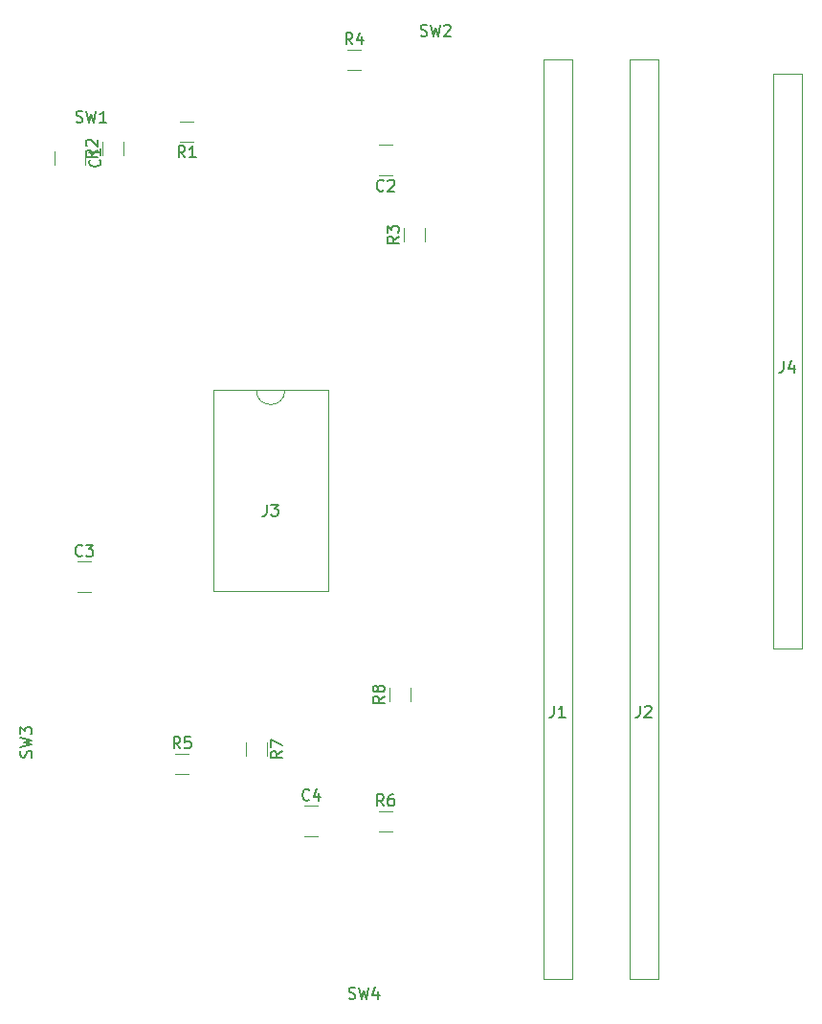
<source format=gto>
G04 #@! TF.GenerationSoftware,KiCad,Pcbnew,(5.1.0)-1*
G04 #@! TF.CreationDate,2019-04-18T19:02:09-04:00*
G04 #@! TF.ProjectId,Gen1,47656e31-2e6b-4696-9361-645f70636258,1*
G04 #@! TF.SameCoordinates,Original*
G04 #@! TF.FileFunction,Legend,Top*
G04 #@! TF.FilePolarity,Positive*
%FSLAX46Y46*%
G04 Gerber Fmt 4.6, Leading zero omitted, Abs format (unit mm)*
G04 Created by KiCad (PCBNEW (5.1.0)-1) date 2019-04-18 19:02:09*
%MOMM*%
%LPD*%
G04 APERTURE LIST*
%ADD10C,0.120000*%
%ADD11C,0.150000*%
G04 APERTURE END LIST*
D10*
X66040000Y-34290000D02*
X68580000Y-34290000D01*
X68580000Y-34290000D02*
X68580000Y-115570000D01*
X68580000Y-115570000D02*
X66040000Y-115570000D01*
X66040000Y-115570000D02*
X66040000Y-34290000D01*
X15150000Y-42360436D02*
X15150000Y-43564564D01*
X17870000Y-42360436D02*
X17870000Y-43564564D01*
X45052064Y-44540000D02*
X43847936Y-44540000D01*
X45052064Y-41820000D02*
X43847936Y-41820000D01*
X17177936Y-81370000D02*
X18382064Y-81370000D01*
X17177936Y-78650000D02*
X18382064Y-78650000D01*
X37280436Y-100240000D02*
X38484564Y-100240000D01*
X37280436Y-102960000D02*
X38484564Y-102960000D01*
X58420000Y-115570000D02*
X58420000Y-34290000D01*
X60960000Y-115570000D02*
X58420000Y-115570000D01*
X60960000Y-34290000D02*
X60960000Y-115570000D01*
X58420000Y-34290000D02*
X60960000Y-34290000D01*
X39370000Y-63500000D02*
X29210000Y-63500000D01*
X29210000Y-63500000D02*
X29210000Y-81280000D01*
X29210000Y-81280000D02*
X39370000Y-81280000D01*
X39370000Y-81280000D02*
X39370000Y-63500000D01*
X35560000Y-63500000D02*
G75*
G02X33020000Y-63500000I-1270000J0D01*
G01*
X78740000Y-35560000D02*
X81280000Y-35560000D01*
X81280000Y-35560000D02*
X81280000Y-86360000D01*
X81280000Y-86360000D02*
X78740000Y-86360000D01*
X78740000Y-86360000D02*
X78740000Y-35560000D01*
X27489564Y-39730000D02*
X26285436Y-39730000D01*
X27489564Y-41550000D02*
X26285436Y-41550000D01*
X19410000Y-42729564D02*
X19410000Y-41525436D01*
X21230000Y-42729564D02*
X21230000Y-41525436D01*
X47900000Y-50349564D02*
X47900000Y-49145436D01*
X46080000Y-50349564D02*
X46080000Y-49145436D01*
X41090436Y-33380000D02*
X42294564Y-33380000D01*
X41090436Y-35200000D02*
X42294564Y-35200000D01*
X25850436Y-97430000D02*
X27054564Y-97430000D01*
X25850436Y-95610000D02*
X27054564Y-95610000D01*
X43847936Y-102510000D02*
X45052064Y-102510000D01*
X43847936Y-100690000D02*
X45052064Y-100690000D01*
X33930000Y-94647936D02*
X33930000Y-95852064D01*
X32110000Y-94647936D02*
X32110000Y-95852064D01*
X44810000Y-90989564D02*
X44810000Y-89785436D01*
X46630000Y-90989564D02*
X46630000Y-89785436D01*
D11*
X66976666Y-91392380D02*
X66976666Y-92106666D01*
X66929047Y-92249523D01*
X66833809Y-92344761D01*
X66690952Y-92392380D01*
X66595714Y-92392380D01*
X67405238Y-91487619D02*
X67452857Y-91440000D01*
X67548095Y-91392380D01*
X67786190Y-91392380D01*
X67881428Y-91440000D01*
X67929047Y-91487619D01*
X67976666Y-91582857D01*
X67976666Y-91678095D01*
X67929047Y-91820952D01*
X67357619Y-92392380D01*
X67976666Y-92392380D01*
X19147142Y-43129166D02*
X19194761Y-43176785D01*
X19242380Y-43319642D01*
X19242380Y-43414880D01*
X19194761Y-43557738D01*
X19099523Y-43652976D01*
X19004285Y-43700595D01*
X18813809Y-43748214D01*
X18670952Y-43748214D01*
X18480476Y-43700595D01*
X18385238Y-43652976D01*
X18290000Y-43557738D01*
X18242380Y-43414880D01*
X18242380Y-43319642D01*
X18290000Y-43176785D01*
X18337619Y-43129166D01*
X19242380Y-42176785D02*
X19242380Y-42748214D01*
X19242380Y-42462500D02*
X18242380Y-42462500D01*
X18385238Y-42557738D01*
X18480476Y-42652976D01*
X18528095Y-42748214D01*
X44283333Y-45817142D02*
X44235714Y-45864761D01*
X44092857Y-45912380D01*
X43997619Y-45912380D01*
X43854761Y-45864761D01*
X43759523Y-45769523D01*
X43711904Y-45674285D01*
X43664285Y-45483809D01*
X43664285Y-45340952D01*
X43711904Y-45150476D01*
X43759523Y-45055238D01*
X43854761Y-44960000D01*
X43997619Y-44912380D01*
X44092857Y-44912380D01*
X44235714Y-44960000D01*
X44283333Y-45007619D01*
X44664285Y-45007619D02*
X44711904Y-44960000D01*
X44807142Y-44912380D01*
X45045238Y-44912380D01*
X45140476Y-44960000D01*
X45188095Y-45007619D01*
X45235714Y-45102857D01*
X45235714Y-45198095D01*
X45188095Y-45340952D01*
X44616666Y-45912380D01*
X45235714Y-45912380D01*
X17613333Y-78087142D02*
X17565714Y-78134761D01*
X17422857Y-78182380D01*
X17327619Y-78182380D01*
X17184761Y-78134761D01*
X17089523Y-78039523D01*
X17041904Y-77944285D01*
X16994285Y-77753809D01*
X16994285Y-77610952D01*
X17041904Y-77420476D01*
X17089523Y-77325238D01*
X17184761Y-77230000D01*
X17327619Y-77182380D01*
X17422857Y-77182380D01*
X17565714Y-77230000D01*
X17613333Y-77277619D01*
X17946666Y-77182380D02*
X18565714Y-77182380D01*
X18232380Y-77563333D01*
X18375238Y-77563333D01*
X18470476Y-77610952D01*
X18518095Y-77658571D01*
X18565714Y-77753809D01*
X18565714Y-77991904D01*
X18518095Y-78087142D01*
X18470476Y-78134761D01*
X18375238Y-78182380D01*
X18089523Y-78182380D01*
X17994285Y-78134761D01*
X17946666Y-78087142D01*
X37715833Y-99677142D02*
X37668214Y-99724761D01*
X37525357Y-99772380D01*
X37430119Y-99772380D01*
X37287261Y-99724761D01*
X37192023Y-99629523D01*
X37144404Y-99534285D01*
X37096785Y-99343809D01*
X37096785Y-99200952D01*
X37144404Y-99010476D01*
X37192023Y-98915238D01*
X37287261Y-98820000D01*
X37430119Y-98772380D01*
X37525357Y-98772380D01*
X37668214Y-98820000D01*
X37715833Y-98867619D01*
X38572976Y-99105714D02*
X38572976Y-99772380D01*
X38334880Y-98724761D02*
X38096785Y-99439047D01*
X38715833Y-99439047D01*
X59356666Y-91392380D02*
X59356666Y-92106666D01*
X59309047Y-92249523D01*
X59213809Y-92344761D01*
X59070952Y-92392380D01*
X58975714Y-92392380D01*
X60356666Y-92392380D02*
X59785238Y-92392380D01*
X60070952Y-92392380D02*
X60070952Y-91392380D01*
X59975714Y-91535238D01*
X59880476Y-91630476D01*
X59785238Y-91678095D01*
X33956666Y-73612380D02*
X33956666Y-74326666D01*
X33909047Y-74469523D01*
X33813809Y-74564761D01*
X33670952Y-74612380D01*
X33575714Y-74612380D01*
X34337619Y-73612380D02*
X34956666Y-73612380D01*
X34623333Y-73993333D01*
X34766190Y-73993333D01*
X34861428Y-74040952D01*
X34909047Y-74088571D01*
X34956666Y-74183809D01*
X34956666Y-74421904D01*
X34909047Y-74517142D01*
X34861428Y-74564761D01*
X34766190Y-74612380D01*
X34480476Y-74612380D01*
X34385238Y-74564761D01*
X34337619Y-74517142D01*
X79676666Y-60912380D02*
X79676666Y-61626666D01*
X79629047Y-61769523D01*
X79533809Y-61864761D01*
X79390952Y-61912380D01*
X79295714Y-61912380D01*
X80581428Y-61245714D02*
X80581428Y-61912380D01*
X80343333Y-60864761D02*
X80105238Y-61579047D01*
X80724285Y-61579047D01*
X26720833Y-42912380D02*
X26387500Y-42436190D01*
X26149404Y-42912380D02*
X26149404Y-41912380D01*
X26530357Y-41912380D01*
X26625595Y-41960000D01*
X26673214Y-42007619D01*
X26720833Y-42102857D01*
X26720833Y-42245714D01*
X26673214Y-42340952D01*
X26625595Y-42388571D01*
X26530357Y-42436190D01*
X26149404Y-42436190D01*
X27673214Y-42912380D02*
X27101785Y-42912380D01*
X27387500Y-42912380D02*
X27387500Y-41912380D01*
X27292261Y-42055238D01*
X27197023Y-42150476D01*
X27101785Y-42198095D01*
X18952380Y-42294166D02*
X18476190Y-42627500D01*
X18952380Y-42865595D02*
X17952380Y-42865595D01*
X17952380Y-42484642D01*
X18000000Y-42389404D01*
X18047619Y-42341785D01*
X18142857Y-42294166D01*
X18285714Y-42294166D01*
X18380952Y-42341785D01*
X18428571Y-42389404D01*
X18476190Y-42484642D01*
X18476190Y-42865595D01*
X18047619Y-41913214D02*
X18000000Y-41865595D01*
X17952380Y-41770357D01*
X17952380Y-41532261D01*
X18000000Y-41437023D01*
X18047619Y-41389404D01*
X18142857Y-41341785D01*
X18238095Y-41341785D01*
X18380952Y-41389404D01*
X18952380Y-41960833D01*
X18952380Y-41341785D01*
X45622380Y-49914166D02*
X45146190Y-50247500D01*
X45622380Y-50485595D02*
X44622380Y-50485595D01*
X44622380Y-50104642D01*
X44670000Y-50009404D01*
X44717619Y-49961785D01*
X44812857Y-49914166D01*
X44955714Y-49914166D01*
X45050952Y-49961785D01*
X45098571Y-50009404D01*
X45146190Y-50104642D01*
X45146190Y-50485595D01*
X44622380Y-49580833D02*
X44622380Y-48961785D01*
X45003333Y-49295119D01*
X45003333Y-49152261D01*
X45050952Y-49057023D01*
X45098571Y-49009404D01*
X45193809Y-48961785D01*
X45431904Y-48961785D01*
X45527142Y-49009404D01*
X45574761Y-49057023D01*
X45622380Y-49152261D01*
X45622380Y-49437976D01*
X45574761Y-49533214D01*
X45527142Y-49580833D01*
X41525833Y-32922380D02*
X41192500Y-32446190D01*
X40954404Y-32922380D02*
X40954404Y-31922380D01*
X41335357Y-31922380D01*
X41430595Y-31970000D01*
X41478214Y-32017619D01*
X41525833Y-32112857D01*
X41525833Y-32255714D01*
X41478214Y-32350952D01*
X41430595Y-32398571D01*
X41335357Y-32446190D01*
X40954404Y-32446190D01*
X42382976Y-32255714D02*
X42382976Y-32922380D01*
X42144880Y-31874761D02*
X41906785Y-32589047D01*
X42525833Y-32589047D01*
X26285833Y-95152380D02*
X25952500Y-94676190D01*
X25714404Y-95152380D02*
X25714404Y-94152380D01*
X26095357Y-94152380D01*
X26190595Y-94200000D01*
X26238214Y-94247619D01*
X26285833Y-94342857D01*
X26285833Y-94485714D01*
X26238214Y-94580952D01*
X26190595Y-94628571D01*
X26095357Y-94676190D01*
X25714404Y-94676190D01*
X27190595Y-94152380D02*
X26714404Y-94152380D01*
X26666785Y-94628571D01*
X26714404Y-94580952D01*
X26809642Y-94533333D01*
X27047738Y-94533333D01*
X27142976Y-94580952D01*
X27190595Y-94628571D01*
X27238214Y-94723809D01*
X27238214Y-94961904D01*
X27190595Y-95057142D01*
X27142976Y-95104761D01*
X27047738Y-95152380D01*
X26809642Y-95152380D01*
X26714404Y-95104761D01*
X26666785Y-95057142D01*
X44283333Y-100232380D02*
X43950000Y-99756190D01*
X43711904Y-100232380D02*
X43711904Y-99232380D01*
X44092857Y-99232380D01*
X44188095Y-99280000D01*
X44235714Y-99327619D01*
X44283333Y-99422857D01*
X44283333Y-99565714D01*
X44235714Y-99660952D01*
X44188095Y-99708571D01*
X44092857Y-99756190D01*
X43711904Y-99756190D01*
X45140476Y-99232380D02*
X44950000Y-99232380D01*
X44854761Y-99280000D01*
X44807142Y-99327619D01*
X44711904Y-99470476D01*
X44664285Y-99660952D01*
X44664285Y-100041904D01*
X44711904Y-100137142D01*
X44759523Y-100184761D01*
X44854761Y-100232380D01*
X45045238Y-100232380D01*
X45140476Y-100184761D01*
X45188095Y-100137142D01*
X45235714Y-100041904D01*
X45235714Y-99803809D01*
X45188095Y-99708571D01*
X45140476Y-99660952D01*
X45045238Y-99613333D01*
X44854761Y-99613333D01*
X44759523Y-99660952D01*
X44711904Y-99708571D01*
X44664285Y-99803809D01*
X35292380Y-95416666D02*
X34816190Y-95750000D01*
X35292380Y-95988095D02*
X34292380Y-95988095D01*
X34292380Y-95607142D01*
X34340000Y-95511904D01*
X34387619Y-95464285D01*
X34482857Y-95416666D01*
X34625714Y-95416666D01*
X34720952Y-95464285D01*
X34768571Y-95511904D01*
X34816190Y-95607142D01*
X34816190Y-95988095D01*
X34292380Y-95083333D02*
X34292380Y-94416666D01*
X35292380Y-94845238D01*
X44352380Y-90554166D02*
X43876190Y-90887500D01*
X44352380Y-91125595D02*
X43352380Y-91125595D01*
X43352380Y-90744642D01*
X43400000Y-90649404D01*
X43447619Y-90601785D01*
X43542857Y-90554166D01*
X43685714Y-90554166D01*
X43780952Y-90601785D01*
X43828571Y-90649404D01*
X43876190Y-90744642D01*
X43876190Y-91125595D01*
X43780952Y-89982738D02*
X43733333Y-90077976D01*
X43685714Y-90125595D01*
X43590476Y-90173214D01*
X43542857Y-90173214D01*
X43447619Y-90125595D01*
X43400000Y-90077976D01*
X43352380Y-89982738D01*
X43352380Y-89792261D01*
X43400000Y-89697023D01*
X43447619Y-89649404D01*
X43542857Y-89601785D01*
X43590476Y-89601785D01*
X43685714Y-89649404D01*
X43733333Y-89697023D01*
X43780952Y-89792261D01*
X43780952Y-89982738D01*
X43828571Y-90077976D01*
X43876190Y-90125595D01*
X43971428Y-90173214D01*
X44161904Y-90173214D01*
X44257142Y-90125595D01*
X44304761Y-90077976D01*
X44352380Y-89982738D01*
X44352380Y-89792261D01*
X44304761Y-89697023D01*
X44257142Y-89649404D01*
X44161904Y-89601785D01*
X43971428Y-89601785D01*
X43876190Y-89649404D01*
X43828571Y-89697023D01*
X43780952Y-89792261D01*
X17081666Y-39774761D02*
X17224523Y-39822380D01*
X17462619Y-39822380D01*
X17557857Y-39774761D01*
X17605476Y-39727142D01*
X17653095Y-39631904D01*
X17653095Y-39536666D01*
X17605476Y-39441428D01*
X17557857Y-39393809D01*
X17462619Y-39346190D01*
X17272142Y-39298571D01*
X17176904Y-39250952D01*
X17129285Y-39203333D01*
X17081666Y-39108095D01*
X17081666Y-39012857D01*
X17129285Y-38917619D01*
X17176904Y-38870000D01*
X17272142Y-38822380D01*
X17510238Y-38822380D01*
X17653095Y-38870000D01*
X17986428Y-38822380D02*
X18224523Y-39822380D01*
X18415000Y-39108095D01*
X18605476Y-39822380D01*
X18843571Y-38822380D01*
X19748333Y-39822380D02*
X19176904Y-39822380D01*
X19462619Y-39822380D02*
X19462619Y-38822380D01*
X19367380Y-38965238D01*
X19272142Y-39060476D01*
X19176904Y-39108095D01*
X47561666Y-32154761D02*
X47704523Y-32202380D01*
X47942619Y-32202380D01*
X48037857Y-32154761D01*
X48085476Y-32107142D01*
X48133095Y-32011904D01*
X48133095Y-31916666D01*
X48085476Y-31821428D01*
X48037857Y-31773809D01*
X47942619Y-31726190D01*
X47752142Y-31678571D01*
X47656904Y-31630952D01*
X47609285Y-31583333D01*
X47561666Y-31488095D01*
X47561666Y-31392857D01*
X47609285Y-31297619D01*
X47656904Y-31250000D01*
X47752142Y-31202380D01*
X47990238Y-31202380D01*
X48133095Y-31250000D01*
X48466428Y-31202380D02*
X48704523Y-32202380D01*
X48895000Y-31488095D01*
X49085476Y-32202380D01*
X49323571Y-31202380D01*
X49656904Y-31297619D02*
X49704523Y-31250000D01*
X49799761Y-31202380D01*
X50037857Y-31202380D01*
X50133095Y-31250000D01*
X50180714Y-31297619D01*
X50228333Y-31392857D01*
X50228333Y-31488095D01*
X50180714Y-31630952D01*
X49609285Y-32202380D01*
X50228333Y-32202380D01*
X13104761Y-95948333D02*
X13152380Y-95805476D01*
X13152380Y-95567380D01*
X13104761Y-95472142D01*
X13057142Y-95424523D01*
X12961904Y-95376904D01*
X12866666Y-95376904D01*
X12771428Y-95424523D01*
X12723809Y-95472142D01*
X12676190Y-95567380D01*
X12628571Y-95757857D01*
X12580952Y-95853095D01*
X12533333Y-95900714D01*
X12438095Y-95948333D01*
X12342857Y-95948333D01*
X12247619Y-95900714D01*
X12200000Y-95853095D01*
X12152380Y-95757857D01*
X12152380Y-95519761D01*
X12200000Y-95376904D01*
X12152380Y-95043571D02*
X13152380Y-94805476D01*
X12438095Y-94615000D01*
X13152380Y-94424523D01*
X12152380Y-94186428D01*
X12152380Y-93900714D02*
X12152380Y-93281666D01*
X12533333Y-93615000D01*
X12533333Y-93472142D01*
X12580952Y-93376904D01*
X12628571Y-93329285D01*
X12723809Y-93281666D01*
X12961904Y-93281666D01*
X13057142Y-93329285D01*
X13104761Y-93376904D01*
X13152380Y-93472142D01*
X13152380Y-93757857D01*
X13104761Y-93853095D01*
X13057142Y-93900714D01*
X41211666Y-117244761D02*
X41354523Y-117292380D01*
X41592619Y-117292380D01*
X41687857Y-117244761D01*
X41735476Y-117197142D01*
X41783095Y-117101904D01*
X41783095Y-117006666D01*
X41735476Y-116911428D01*
X41687857Y-116863809D01*
X41592619Y-116816190D01*
X41402142Y-116768571D01*
X41306904Y-116720952D01*
X41259285Y-116673333D01*
X41211666Y-116578095D01*
X41211666Y-116482857D01*
X41259285Y-116387619D01*
X41306904Y-116340000D01*
X41402142Y-116292380D01*
X41640238Y-116292380D01*
X41783095Y-116340000D01*
X42116428Y-116292380D02*
X42354523Y-117292380D01*
X42545000Y-116578095D01*
X42735476Y-117292380D01*
X42973571Y-116292380D01*
X43783095Y-116625714D02*
X43783095Y-117292380D01*
X43545000Y-116244761D02*
X43306904Y-116959047D01*
X43925952Y-116959047D01*
M02*

</source>
